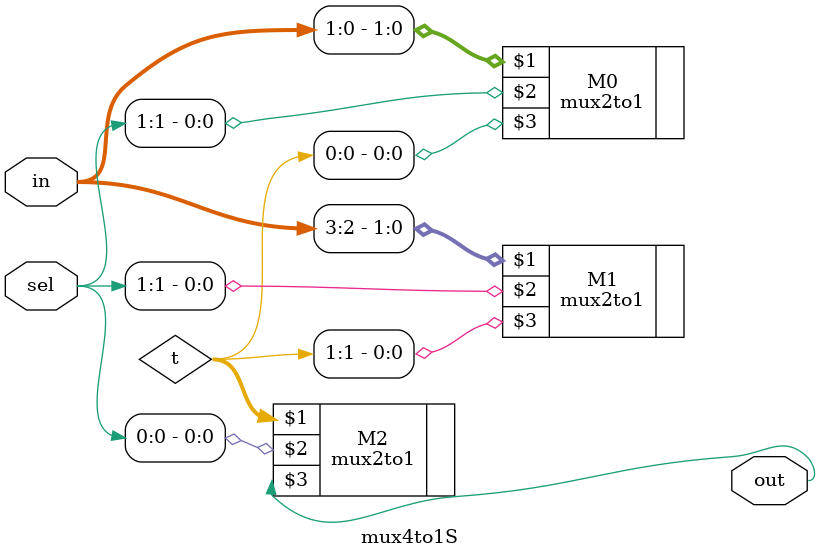
<source format=v>
module mux4to1S (in,sel,out);
    input [3:0]in;
    input [1:0]sel;
    output out;
    wire [1:0]t;

    mux2to1 M0(in[1:0],sel[1],t[0]);
    mux2to1 M1(in[3:2],sel[1],t[1]);
    mux2to1 M2(t[1:0],sel[0],out);    
endmodule
</source>
